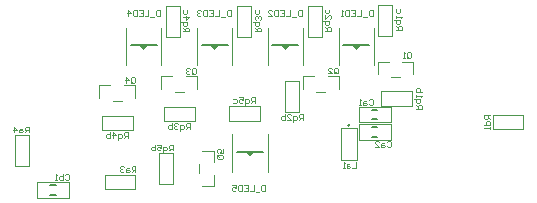
<source format=gbr>
%TF.GenerationSoftware,Altium Limited,Altium Designer,19.0.11 (319)*%
G04 Layer_Color=65535*
%FSLAX26Y26*%
%MOIN*%
%TF.FileFunction,Legend,Bot*%
%TF.Part,Single*%
G01*
G75*
%TA.AperFunction,NonConductor*%
%ADD68C,0.007874*%
%ADD69C,0.003000*%
%ADD70C,0.004000*%
%ADD71C,0.005906*%
%ADD72C,0.005000*%
%ADD73C,0.004331*%
G36*
X616142Y641732D02*
X600394Y625984D01*
X584646Y641732D01*
X616142D01*
D02*
G37*
G36*
X852362D02*
X836614Y625984D01*
X820866Y641732D01*
X852362D01*
D02*
G37*
G36*
X970472Y287402D02*
X954724Y271654D01*
X938976Y287402D01*
X970472D01*
D02*
G37*
G36*
X1088583Y641732D02*
X1072835Y625984D01*
X1057087Y641732D01*
X1088583D01*
D02*
G37*
G36*
X1324803D02*
X1309055Y625984D01*
X1293307Y641732D01*
X1324803D01*
D02*
G37*
D68*
X1287386Y375984D02*
G03*
X1287386Y375984I-2937J0D01*
G01*
D69*
X1763780Y408620D02*
X1866142D01*
X1763780Y361376D02*
Y408620D01*
Y361376D02*
X1866142D01*
Y408620D01*
X1368110Y574795D02*
Y700795D01*
X1250000Y574795D02*
Y700795D01*
X1013779Y574795D02*
Y700795D01*
X1131890Y574795D02*
Y700795D01*
X895669Y574795D02*
Y700795D01*
X777559Y574795D02*
Y700795D01*
X541339Y574795D02*
Y700795D01*
X659449Y574795D02*
Y700795D01*
X1013779Y220465D02*
Y346465D01*
X895669Y220465D02*
Y346465D01*
X572835Y163386D02*
Y210630D01*
X470472Y163386D02*
X572835D01*
X470472D02*
Y210630D01*
X572835D01*
X171260Y239173D02*
Y341535D01*
Y239173D02*
X218504D01*
Y341535D01*
X171260D02*
X218504D01*
X1494094Y440945D02*
Y488189D01*
X1391732Y440945D02*
X1494094D01*
X1391732D02*
Y488189D01*
X1494094D01*
X1071850Y420767D02*
Y523130D01*
Y420767D02*
X1119094D01*
Y523130D01*
X1071850D02*
X1119094D01*
X769685Y389764D02*
Y437008D01*
X667323Y389764D02*
X769685D01*
X667323D02*
Y437008D01*
X769685D01*
X461614Y406496D02*
X563976D01*
X461614Y359252D02*
Y406496D01*
Y359252D02*
X563976D01*
Y406496D01*
X650591Y180118D02*
X697835D01*
X650591D02*
Y282480D01*
X697835D01*
Y180118D02*
Y282480D01*
X1429134Y672244D02*
Y774606D01*
X1381890D02*
X1429134D01*
X1381890Y672244D02*
Y774606D01*
Y672244D02*
X1429134D01*
X1147638Y669291D02*
X1194882D01*
X1147638D02*
Y771654D01*
X1194882D01*
Y669291D02*
Y771654D01*
X957677Y669291D02*
Y771654D01*
X910433D02*
X957677D01*
X910433Y669291D02*
Y771654D01*
Y669291D02*
X957677D01*
X674213Y670276D02*
X721457D01*
X674213D02*
Y772638D01*
X721457D01*
Y670276D02*
Y772638D01*
X884842Y390748D02*
X987205D01*
Y437992D01*
X884842D02*
X987205D01*
X884842Y390748D02*
Y437992D01*
X1258858Y260827D02*
Y367126D01*
Y260827D02*
X1310039D01*
Y367126D01*
X1258858D02*
X1310039D01*
X1317520Y384843D02*
X1423819D01*
Y436024D01*
X1317520D02*
X1423819D01*
X1317520Y384843D02*
Y436024D01*
Y327756D02*
X1423819D01*
Y378937D01*
X1317520D02*
X1423819D01*
X1317520Y327756D02*
Y378937D01*
X245079Y185039D02*
X351378D01*
X245079Y133858D02*
Y185039D01*
Y133858D02*
X351378D01*
Y185039D01*
D70*
X1462598Y587598D02*
X1499016D01*
Y546260D02*
Y587598D01*
X1425197Y536417D02*
X1454724D01*
X1380906Y587598D02*
X1417323D01*
X1380906Y546260D02*
Y587598D01*
X1213583Y538386D02*
X1250000D01*
Y497047D02*
Y538386D01*
X1176181Y487205D02*
X1205709D01*
X1131890Y538386D02*
X1168307D01*
X1131890Y497047D02*
Y538386D01*
X741142D02*
X777559D01*
Y497047D02*
Y538386D01*
X703740Y487205D02*
X733268D01*
X659449Y538386D02*
X695866D01*
X659449Y497047D02*
Y538386D01*
X534449Y508858D02*
X570866D01*
Y467520D02*
Y508858D01*
X497047Y457677D02*
X526575D01*
X452756Y508858D02*
X489173D01*
X452756Y467520D02*
Y508858D01*
X835630Y172244D02*
Y208661D01*
X794291Y172244D02*
X835630D01*
X784449Y216535D02*
Y246063D01*
X835630Y253937D02*
Y290354D01*
X794291D02*
X835630D01*
D71*
X1265748Y641732D02*
X1352362D01*
X1029527D02*
X1116142D01*
X793307D02*
X879921D01*
X557087D02*
X643701D01*
X911417Y287402D02*
X998032D01*
D72*
X1361811Y426181D02*
X1379528D01*
X1361811Y394685D02*
X1379528D01*
X1361811Y369094D02*
X1379528D01*
X1361811Y337599D02*
X1379528D01*
X289370Y143701D02*
X307087D01*
X289370Y175197D02*
X307087D01*
D73*
X1752953Y408465D02*
X1733274D01*
Y398625D01*
X1736554Y395346D01*
X1743113D01*
X1746393Y398625D01*
Y408465D01*
Y401905D02*
X1752953Y395346D01*
X1733274Y375667D02*
X1752953D01*
Y385506D01*
X1749673Y388786D01*
X1743113D01*
X1739834Y385506D01*
Y375667D01*
X1752953Y369107D02*
Y362548D01*
Y365828D01*
X1733274D01*
X1736554Y369107D01*
X970472Y449803D02*
Y469482D01*
X960633D01*
X957353Y466202D01*
Y459642D01*
X960633Y456363D01*
X970472D01*
X963913D02*
X957353Y449803D01*
X937675Y443244D02*
Y462922D01*
X947514D01*
X950794Y459642D01*
Y453083D01*
X947514Y449803D01*
X937675D01*
X917996Y469482D02*
X931115D01*
Y459642D01*
X924556Y462922D01*
X921276D01*
X917996Y459642D01*
Y453083D01*
X921276Y449803D01*
X927835D01*
X931115Y453083D01*
X898317Y462922D02*
X908157D01*
X911437Y459642D01*
Y453083D01*
X908157Y449803D01*
X898317D01*
X732284Y687992D02*
X751962D01*
Y697831D01*
X748682Y701111D01*
X742123D01*
X738843Y697831D01*
Y687992D01*
Y694552D02*
X732284Y701111D01*
X725724Y720790D02*
X745403D01*
Y710951D01*
X742123Y707671D01*
X735563D01*
X732284Y710951D01*
Y720790D01*
Y737189D02*
X751962D01*
X742123Y727349D01*
Y740468D01*
X745403Y760147D02*
Y750308D01*
X742123Y747028D01*
X735563D01*
X732284Y750308D01*
Y760147D01*
X970472Y687992D02*
X990151D01*
Y697831D01*
X986871Y701111D01*
X980312D01*
X977032Y697831D01*
Y687992D01*
Y694552D02*
X970472Y701111D01*
X963913Y720790D02*
X983591D01*
Y710951D01*
X980312Y707671D01*
X973752D01*
X970472Y710951D01*
Y720790D01*
X986871Y727349D02*
X990151Y730629D01*
Y737189D01*
X986871Y740468D01*
X983591D01*
X980312Y737189D01*
Y733909D01*
Y737189D01*
X977032Y740468D01*
X973752D01*
X970472Y737189D01*
Y730629D01*
X973752Y727349D01*
X983591Y760147D02*
Y750308D01*
X980312Y747028D01*
X973752D01*
X970472Y750308D01*
Y760147D01*
X1205709Y688976D02*
X1225387D01*
Y698816D01*
X1222108Y702096D01*
X1215548D01*
X1212268Y698816D01*
Y688976D01*
Y695536D02*
X1205709Y702096D01*
X1199149Y721774D02*
X1218828D01*
Y711935D01*
X1215548Y708655D01*
X1208988D01*
X1205709Y711935D01*
Y721774D01*
Y741453D02*
Y728334D01*
X1218828Y741453D01*
X1222108D01*
X1225387Y738173D01*
Y731613D01*
X1222108Y728334D01*
X1218828Y761131D02*
Y751292D01*
X1215548Y748012D01*
X1208988D01*
X1205709Y751292D01*
Y761131D01*
X1440945Y692716D02*
X1460623D01*
Y702556D01*
X1457344Y705836D01*
X1450784D01*
X1447504Y702556D01*
Y692716D01*
Y699276D02*
X1440945Y705836D01*
X1434385Y725514D02*
X1454064D01*
Y715675D01*
X1450784Y712395D01*
X1444225D01*
X1440945Y715675D01*
Y725514D01*
Y732074D02*
Y738633D01*
Y735354D01*
X1460623D01*
X1457344Y732074D01*
X1454064Y761592D02*
Y751752D01*
X1450784Y748473D01*
X1444225D01*
X1440945Y751752D01*
Y761592D01*
X697835Y291339D02*
Y311017D01*
X687995D01*
X684716Y307738D01*
Y301178D01*
X687995Y297898D01*
X697835D01*
X691275D02*
X684716Y291339D01*
X665037Y284779D02*
Y304458D01*
X674876D01*
X678156Y301178D01*
Y294618D01*
X674876Y291339D01*
X665037D01*
X645358Y311017D02*
X658477D01*
Y301178D01*
X651918Y304458D01*
X648638D01*
X645358Y301178D01*
Y294618D01*
X648638Y291339D01*
X655198D01*
X658477Y294618D01*
X638799Y311017D02*
Y291339D01*
X628960D01*
X625680Y294618D01*
Y297898D01*
Y301178D01*
X628960Y304458D01*
X638799D01*
X546260Y333661D02*
Y353340D01*
X536420D01*
X533141Y350060D01*
Y343501D01*
X536420Y340221D01*
X546260D01*
X539700D02*
X533141Y333661D01*
X513462Y327102D02*
Y346781D01*
X523301D01*
X526581Y343501D01*
Y336941D01*
X523301Y333661D01*
X513462D01*
X497063D02*
Y353340D01*
X506903Y343501D01*
X493784D01*
X487224Y353340D02*
Y333661D01*
X477385D01*
X474105Y336941D01*
Y340221D01*
Y343501D01*
X477385Y346781D01*
X487224D01*
X752953Y362205D02*
Y381883D01*
X743114D01*
X739834Y378604D01*
Y372044D01*
X743114Y368764D01*
X752953D01*
X746393D02*
X739834Y362205D01*
X720155Y355645D02*
Y375324D01*
X729994D01*
X733274Y372044D01*
Y365485D01*
X729994Y362205D01*
X720155D01*
X713596Y378604D02*
X710316Y381883D01*
X703756D01*
X700476Y378604D01*
Y375324D01*
X703756Y372044D01*
X707036D01*
X703756D01*
X700476Y368764D01*
Y365485D01*
X703756Y362205D01*
X710316D01*
X713596Y365485D01*
X693917Y381883D02*
Y362205D01*
X684078D01*
X680798Y365485D01*
Y368764D01*
Y372044D01*
X684078Y375324D01*
X693917D01*
X1130906Y393701D02*
Y413379D01*
X1121066D01*
X1117786Y410100D01*
Y403540D01*
X1121066Y400260D01*
X1130906D01*
X1124346D02*
X1117786Y393701D01*
X1098108Y387141D02*
Y406820D01*
X1107947D01*
X1111227Y403540D01*
Y396981D01*
X1107947Y393701D01*
X1098108D01*
X1078429D02*
X1091548D01*
X1078429Y406820D01*
Y410100D01*
X1081709Y413379D01*
X1088268D01*
X1091548Y410100D01*
X1071870Y413379D02*
Y393701D01*
X1062030D01*
X1058751Y396981D01*
Y400260D01*
Y403540D01*
X1062030Y406820D01*
X1071870D01*
X1506890Y430118D02*
X1526568D01*
Y439957D01*
X1523289Y443237D01*
X1516729D01*
X1513449Y439957D01*
Y430118D01*
Y436678D02*
X1506890Y443237D01*
X1500330Y462916D02*
X1520009D01*
Y453077D01*
X1516729Y449797D01*
X1510170D01*
X1506890Y453077D01*
Y462916D01*
Y469475D02*
Y476035D01*
Y472755D01*
X1526568D01*
X1523289Y469475D01*
X1526568Y485874D02*
X1506890D01*
Y495714D01*
X1510170Y498993D01*
X1513449D01*
X1516729D01*
X1520009Y495714D01*
Y485874D01*
X218504Y351378D02*
Y371057D01*
X208665D01*
X205385Y367777D01*
Y361217D01*
X208665Y357938D01*
X218504D01*
X211944D02*
X205385Y351378D01*
X195546Y364497D02*
X188986D01*
X185706Y361217D01*
Y351378D01*
X195546D01*
X198825Y354658D01*
X195546Y357938D01*
X185706D01*
X169307Y351378D02*
Y371057D01*
X179147Y361217D01*
X166028D01*
X572835Y218504D02*
Y238183D01*
X562995D01*
X559716Y234903D01*
Y228343D01*
X562995Y225063D01*
X572835D01*
X566275D02*
X559716Y218504D01*
X549876Y231623D02*
X543317D01*
X540037Y228343D01*
Y218504D01*
X549876D01*
X553156Y221784D01*
X549876Y225063D01*
X540037D01*
X533477Y234903D02*
X530198Y238183D01*
X523638D01*
X520358Y234903D01*
Y231623D01*
X523638Y228343D01*
X526918D01*
X523638D01*
X520358Y225063D01*
Y221784D01*
X523638Y218504D01*
X530198D01*
X533477Y221784D01*
X846784Y275914D02*
X859903D01*
X863183Y272635D01*
Y266075D01*
X859903Y262795D01*
X846784D01*
X843504Y266075D01*
Y272635D01*
X850063Y269355D02*
X843504Y275914D01*
Y272635D02*
X846784Y275914D01*
X863183Y295593D02*
Y282474D01*
X853343D01*
X856623Y289033D01*
Y292313D01*
X853343Y295593D01*
X846784D01*
X843504Y292313D01*
Y285754D01*
X846784Y282474D01*
X558731Y520012D02*
Y533131D01*
X562011Y536411D01*
X568571D01*
X571850Y533131D01*
Y520012D01*
X568571Y516732D01*
X562011D01*
X565291Y523292D02*
X558731Y516732D01*
X562011D02*
X558731Y520012D01*
X542332Y516732D02*
Y536411D01*
X552172Y526572D01*
X539053D01*
X762471Y550524D02*
Y563643D01*
X765751Y566923D01*
X772311D01*
X775591Y563643D01*
Y550524D01*
X772311Y547244D01*
X765751D01*
X769031Y553804D02*
X762471Y547244D01*
X765751D02*
X762471Y550524D01*
X755912Y563643D02*
X752632Y566923D01*
X746073D01*
X742793Y563643D01*
Y560363D01*
X746073Y557083D01*
X749352D01*
X746073D01*
X742793Y553804D01*
Y550524D01*
X746073Y547244D01*
X752632D01*
X755912Y550524D01*
X1234912Y551199D02*
Y564318D01*
X1238192Y567598D01*
X1244752D01*
X1248032Y564318D01*
Y551199D01*
X1244752Y547920D01*
X1238192D01*
X1241472Y554479D02*
X1234912Y547920D01*
X1238192D02*
X1234912Y551199D01*
X1215234Y547920D02*
X1228353D01*
X1215234Y561039D01*
Y564318D01*
X1218514Y567598D01*
X1225073D01*
X1228353Y564318D01*
X1479007Y603673D02*
Y616793D01*
X1482286Y620072D01*
X1488846D01*
X1492126Y616793D01*
Y603673D01*
X1488846Y600394D01*
X1482286D01*
X1485566Y606953D02*
X1479007Y600394D01*
X1482286D02*
X1479007Y603673D01*
X1472447Y600394D02*
X1465888D01*
X1469167D01*
Y620072D01*
X1472447Y616793D01*
X1309055Y253931D02*
Y234252D01*
X1295936D01*
X1286097Y247371D02*
X1279537D01*
X1276257Y244091D01*
Y234252D01*
X1286097D01*
X1289377Y237532D01*
X1286097Y240811D01*
X1276257D01*
X1269698Y234252D02*
X1263138D01*
X1266418D01*
Y253931D01*
X1269698Y250651D01*
X1005905Y176175D02*
Y156496D01*
X996066D01*
X992786Y159776D01*
Y172895D01*
X996066Y176175D01*
X1005905D01*
X986227Y153216D02*
X973108D01*
X966548Y176175D02*
Y156496D01*
X953429D01*
X933751Y176175D02*
X946870D01*
Y156496D01*
X933751D01*
X946870Y166335D02*
X940310D01*
X927191Y176175D02*
Y156496D01*
X917352D01*
X914072Y159776D01*
Y172895D01*
X917352Y176175D01*
X927191D01*
X894393D02*
X907513D01*
Y166335D01*
X900953Y169615D01*
X897673D01*
X894393Y166335D01*
Y159776D01*
X897673Y156496D01*
X904233D01*
X907513Y159776D01*
X655512Y758852D02*
Y739173D01*
X645673D01*
X642393Y742453D01*
Y755572D01*
X645673Y758852D01*
X655512D01*
X635833Y735893D02*
X622714D01*
X616155Y758852D02*
Y739173D01*
X603035D01*
X583357Y758852D02*
X596476D01*
Y739173D01*
X583357D01*
X596476Y749013D02*
X589917D01*
X576797Y758852D02*
Y739173D01*
X566958D01*
X563678Y742453D01*
Y755572D01*
X566958Y758852D01*
X576797D01*
X547279Y739173D02*
Y758852D01*
X557119Y749013D01*
X544000D01*
X890748Y758852D02*
Y739173D01*
X880909D01*
X877629Y742453D01*
Y755572D01*
X880909Y758852D01*
X890748D01*
X871069Y735893D02*
X857950D01*
X851391Y758852D02*
Y739173D01*
X838272D01*
X818593Y758852D02*
X831712D01*
Y739173D01*
X818593D01*
X831712Y749013D02*
X825153D01*
X812034Y758852D02*
Y739173D01*
X802194D01*
X798914Y742453D01*
Y755572D01*
X802194Y758852D01*
X812034D01*
X792355Y755572D02*
X789075Y758852D01*
X782516D01*
X779236Y755572D01*
Y752292D01*
X782516Y749013D01*
X785795D01*
X782516D01*
X779236Y745733D01*
Y742453D01*
X782516Y739173D01*
X789075D01*
X792355Y742453D01*
X1126968Y758852D02*
Y739173D01*
X1117129D01*
X1113849Y742453D01*
Y755572D01*
X1117129Y758852D01*
X1126968D01*
X1107290Y735893D02*
X1094171D01*
X1087611Y758852D02*
Y739173D01*
X1074492D01*
X1054814Y758852D02*
X1067933D01*
Y739173D01*
X1054814D01*
X1067933Y749013D02*
X1061373D01*
X1048254Y758852D02*
Y739173D01*
X1038415D01*
X1035135Y742453D01*
Y755572D01*
X1038415Y758852D01*
X1048254D01*
X1015456Y739173D02*
X1028575D01*
X1015456Y752292D01*
Y755572D01*
X1018736Y758852D01*
X1025296D01*
X1028575Y755572D01*
X1363189Y758852D02*
Y739173D01*
X1353350D01*
X1350070Y742453D01*
Y755572D01*
X1353350Y758852D01*
X1363189D01*
X1343510Y735893D02*
X1330391D01*
X1323832Y758852D02*
Y739173D01*
X1310713D01*
X1291034Y758852D02*
X1304153D01*
Y739173D01*
X1291034D01*
X1304153Y749013D02*
X1297594D01*
X1284475Y758852D02*
Y739173D01*
X1274635D01*
X1271355Y742453D01*
Y755572D01*
X1274635Y758852D01*
X1284475D01*
X1264796Y739173D02*
X1258236D01*
X1261516D01*
Y758852D01*
X1264796Y755572D01*
X338259Y209312D02*
X341539Y212592D01*
X348098D01*
X351378Y209312D01*
Y196193D01*
X348098Y192913D01*
X341539D01*
X338259Y196193D01*
X331699Y212592D02*
Y192913D01*
X321860D01*
X318580Y196193D01*
Y199473D01*
Y202753D01*
X321860Y206032D01*
X331699D01*
X312021Y192913D02*
X305461D01*
X308741D01*
Y212592D01*
X312021Y209312D01*
X1410109Y318564D02*
X1413389Y321844D01*
X1419948D01*
X1423228Y318564D01*
Y305445D01*
X1419948Y302165D01*
X1413389D01*
X1410109Y305445D01*
X1400270Y315284D02*
X1393710D01*
X1390431Y312005D01*
Y302165D01*
X1400270D01*
X1403550Y305445D01*
X1400270Y308725D01*
X1390431D01*
X1370752Y302165D02*
X1383871D01*
X1370752Y315284D01*
Y318564D01*
X1374032Y321844D01*
X1380591D01*
X1383871Y318564D01*
X1351054Y458328D02*
X1354334Y461608D01*
X1360893D01*
X1364173Y458328D01*
Y445209D01*
X1360893Y441929D01*
X1354334D01*
X1351054Y445209D01*
X1341215Y455048D02*
X1334655D01*
X1331376Y451768D01*
Y441929D01*
X1341215D01*
X1344495Y445209D01*
X1341215Y448489D01*
X1331376D01*
X1324816Y441929D02*
X1318256D01*
X1321536D01*
Y461608D01*
X1324816Y458328D01*
%TF.MD5,040be6fa8bc498b320aacedf4fc076ea*%
M02*

</source>
